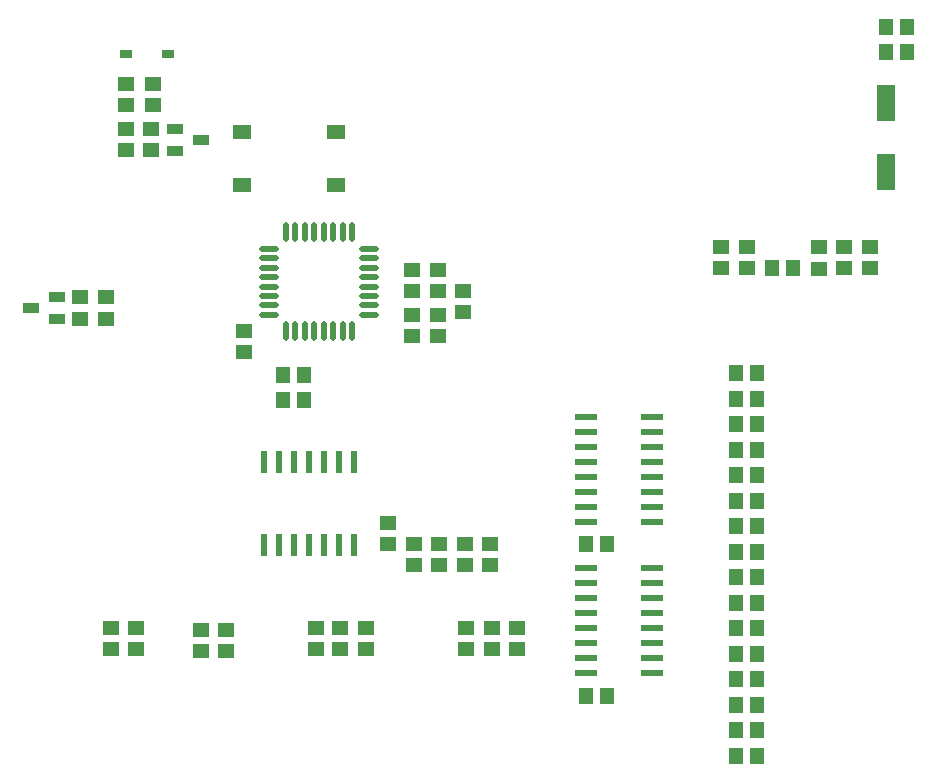
<source format=gtp>
G04*
G04 #@! TF.GenerationSoftware,Altium Limited,Altium Designer,20.0.10 (225)*
G04*
G04 Layer_Color=8421504*
%FSLAX44Y44*%
%MOMM*%
G71*
G01*
G75*
%ADD26O,1.6500X0.5500*%
%ADD27O,0.5500X1.6500*%
%ADD28R,1.1500X1.4500*%
%ADD29R,1.6000X3.1500*%
%ADD30R,1.8500X0.6000*%
%ADD31R,1.4500X1.1500*%
%ADD32R,1.0000X0.8000*%
%ADD33R,1.4000X0.9000*%
%ADD34R,1.5500X1.3000*%
%ADD35R,1.5500X1.3000*%
%ADD36R,0.6000X1.8500*%
D26*
X1289140Y858580D02*
D03*
Y850580D02*
D03*
Y842580D02*
D03*
Y834580D02*
D03*
Y826580D02*
D03*
Y818580D02*
D03*
Y810580D02*
D03*
Y802580D02*
D03*
X1205140D02*
D03*
Y810580D02*
D03*
Y818580D02*
D03*
Y826580D02*
D03*
Y834580D02*
D03*
Y842580D02*
D03*
Y850580D02*
D03*
Y858580D02*
D03*
D27*
X1275140Y788580D02*
D03*
X1267140D02*
D03*
X1259140D02*
D03*
X1251140D02*
D03*
X1243140D02*
D03*
X1235140D02*
D03*
X1227140D02*
D03*
X1219140D02*
D03*
Y872580D02*
D03*
X1227140D02*
D03*
X1235140D02*
D03*
X1243140D02*
D03*
X1251140D02*
D03*
X1259140D02*
D03*
X1267140D02*
D03*
X1275140D02*
D03*
D28*
X1618090Y709930D02*
D03*
X1600090D02*
D03*
X1618090Y731520D02*
D03*
X1600090D02*
D03*
X1745090Y1046480D02*
D03*
X1727090D02*
D03*
X1618200Y601980D02*
D03*
X1600200D02*
D03*
X1618090Y429260D02*
D03*
X1600090D02*
D03*
X1618200Y623570D02*
D03*
X1600200D02*
D03*
X1618090Y450850D02*
D03*
X1600090D02*
D03*
X1618090Y645160D02*
D03*
X1600090D02*
D03*
X1618200Y472440D02*
D03*
X1600200D02*
D03*
X1618090Y666750D02*
D03*
X1600090D02*
D03*
X1618200Y494030D02*
D03*
X1600200D02*
D03*
X1618090Y688340D02*
D03*
X1600090D02*
D03*
X1618200Y515620D02*
D03*
X1600200D02*
D03*
X1618200Y537210D02*
D03*
X1600200D02*
D03*
X1618200Y558800D02*
D03*
X1600200D02*
D03*
X1618200Y580390D02*
D03*
X1600200D02*
D03*
X1630680Y842010D02*
D03*
X1648680D02*
D03*
X1216550Y730250D02*
D03*
X1234550D02*
D03*
X1216550Y751840D02*
D03*
X1234550D02*
D03*
X1473090Y480060D02*
D03*
X1491090D02*
D03*
X1473090Y608330D02*
D03*
X1491090D02*
D03*
X1745090Y1024890D02*
D03*
X1727090D02*
D03*
X1618090Y753110D02*
D03*
X1600090D02*
D03*
D29*
X1727200Y981710D02*
D03*
Y923710D02*
D03*
D30*
X1529200Y499110D02*
D03*
Y511810D02*
D03*
Y524510D02*
D03*
Y537210D02*
D03*
Y549910D02*
D03*
Y562610D02*
D03*
Y575310D02*
D03*
X1473200Y499110D02*
D03*
Y511810D02*
D03*
Y524510D02*
D03*
Y537210D02*
D03*
Y549910D02*
D03*
Y562610D02*
D03*
Y575310D02*
D03*
Y588010D02*
D03*
X1529200D02*
D03*
X1529080Y627380D02*
D03*
Y640080D02*
D03*
Y652780D02*
D03*
Y665480D02*
D03*
Y678180D02*
D03*
Y690880D02*
D03*
Y703580D02*
D03*
X1473080Y627380D02*
D03*
Y640080D02*
D03*
Y652780D02*
D03*
Y665480D02*
D03*
Y678180D02*
D03*
Y690880D02*
D03*
Y703580D02*
D03*
Y716280D02*
D03*
X1529080D02*
D03*
D31*
X1670050Y841790D02*
D03*
Y859790D02*
D03*
X1691640Y841900D02*
D03*
Y859900D02*
D03*
X1713230Y842010D02*
D03*
Y860010D02*
D03*
X1609090Y842010D02*
D03*
Y860010D02*
D03*
X1587500Y842010D02*
D03*
Y860010D02*
D03*
X1347470Y822850D02*
D03*
Y840850D02*
D03*
X1325880Y822850D02*
D03*
Y840850D02*
D03*
Y802640D02*
D03*
Y784640D02*
D03*
X1183640Y770780D02*
D03*
Y788780D02*
D03*
X1347470Y784750D02*
D03*
Y802750D02*
D03*
X1369060Y804960D02*
D03*
Y822960D02*
D03*
X1106170Y980330D02*
D03*
Y998330D02*
D03*
X1083310Y980330D02*
D03*
Y998330D02*
D03*
X1104900Y942230D02*
D03*
Y960230D02*
D03*
X1083310Y942120D02*
D03*
Y960120D02*
D03*
X1044800Y817440D02*
D03*
Y799440D02*
D03*
X1066390Y817440D02*
D03*
Y799440D02*
D03*
X1286510Y519430D02*
D03*
Y537430D02*
D03*
X1414780Y519320D02*
D03*
Y537320D02*
D03*
X1092200Y519320D02*
D03*
Y537320D02*
D03*
X1168400Y518050D02*
D03*
Y536050D02*
D03*
X1348740Y590440D02*
D03*
Y608440D02*
D03*
X1327150Y590440D02*
D03*
Y608440D02*
D03*
X1391920Y590440D02*
D03*
Y608440D02*
D03*
X1370330Y590440D02*
D03*
Y608440D02*
D03*
X1264920Y537320D02*
D03*
Y519320D02*
D03*
X1393190Y537320D02*
D03*
Y519320D02*
D03*
X1070610Y537320D02*
D03*
Y519320D02*
D03*
X1146810Y536050D02*
D03*
Y518050D02*
D03*
X1371600Y537430D02*
D03*
Y519430D02*
D03*
X1244600Y537320D02*
D03*
Y519320D02*
D03*
X1305560Y608220D02*
D03*
Y626220D02*
D03*
D32*
X1083310Y1023620D02*
D03*
X1119310D02*
D03*
D33*
X1147220Y950620D02*
D03*
X1125220Y941120D02*
D03*
Y960120D02*
D03*
X1002890Y808330D02*
D03*
X1024890Y817830D02*
D03*
Y798830D02*
D03*
D34*
X1181678Y912209D02*
D03*
X1261678Y957209D02*
D03*
Y912209D02*
D03*
D35*
X1181678Y957209D02*
D03*
D36*
X1276350Y677620D02*
D03*
X1263650D02*
D03*
X1250950D02*
D03*
X1238250D02*
D03*
X1225550D02*
D03*
X1212850D02*
D03*
X1200150D02*
D03*
X1276350Y607620D02*
D03*
X1263650D02*
D03*
X1250950D02*
D03*
X1238250D02*
D03*
X1225550D02*
D03*
X1212850D02*
D03*
X1200150D02*
D03*
M02*

</source>
